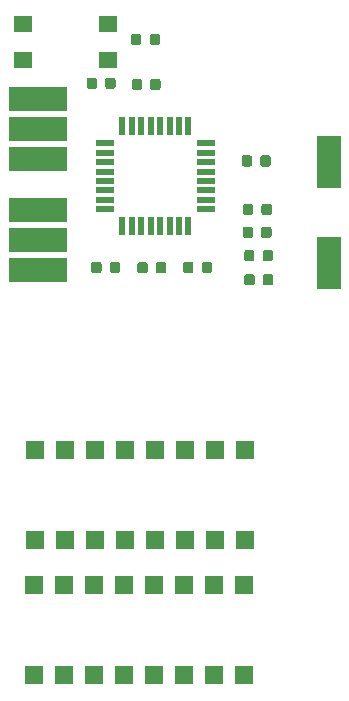
<source format=gtp>
G04 #@! TF.GenerationSoftware,KiCad,Pcbnew,5.0.2-bee76a0~70~ubuntu14.04.1*
G04 #@! TF.CreationDate,2018-12-14T16:20:10-07:00*
G04 #@! TF.ProjectId,count,636f756e-742e-46b6-9963-61645f706362,rev?*
G04 #@! TF.SameCoordinates,Original*
G04 #@! TF.FileFunction,Paste,Top*
G04 #@! TF.FilePolarity,Positive*
%FSLAX46Y46*%
G04 Gerber Fmt 4.6, Leading zero omitted, Abs format (unit mm)*
G04 Created by KiCad (PCBNEW 5.0.2-bee76a0~70~ubuntu14.04.1) date Fri 14 Dec 2018 04:20:10 PM MST*
%MOMM*%
%LPD*%
G01*
G04 APERTURE LIST*
%ADD10C,0.100000*%
%ADD11C,0.875000*%
%ADD12R,1.600000X1.400000*%
%ADD13R,1.600000X1.600000*%
%ADD14R,0.550000X1.600000*%
%ADD15R,1.600000X0.550000*%
%ADD16R,2.000000X4.500000*%
%ADD17R,5.000000X2.000000*%
G04 APERTURE END LIST*
D10*
G04 #@! TO.C,R6*
G36*
X140740191Y-121954053D02*
X140761426Y-121957203D01*
X140782250Y-121962419D01*
X140802462Y-121969651D01*
X140821868Y-121978830D01*
X140840281Y-121989866D01*
X140857524Y-122002654D01*
X140873430Y-122017070D01*
X140887846Y-122032976D01*
X140900634Y-122050219D01*
X140911670Y-122068632D01*
X140920849Y-122088038D01*
X140928081Y-122108250D01*
X140933297Y-122129074D01*
X140936447Y-122150309D01*
X140937500Y-122171750D01*
X140937500Y-122684250D01*
X140936447Y-122705691D01*
X140933297Y-122726926D01*
X140928081Y-122747750D01*
X140920849Y-122767962D01*
X140911670Y-122787368D01*
X140900634Y-122805781D01*
X140887846Y-122823024D01*
X140873430Y-122838930D01*
X140857524Y-122853346D01*
X140840281Y-122866134D01*
X140821868Y-122877170D01*
X140802462Y-122886349D01*
X140782250Y-122893581D01*
X140761426Y-122898797D01*
X140740191Y-122901947D01*
X140718750Y-122903000D01*
X140281250Y-122903000D01*
X140259809Y-122901947D01*
X140238574Y-122898797D01*
X140217750Y-122893581D01*
X140197538Y-122886349D01*
X140178132Y-122877170D01*
X140159719Y-122866134D01*
X140142476Y-122853346D01*
X140126570Y-122838930D01*
X140112154Y-122823024D01*
X140099366Y-122805781D01*
X140088330Y-122787368D01*
X140079151Y-122767962D01*
X140071919Y-122747750D01*
X140066703Y-122726926D01*
X140063553Y-122705691D01*
X140062500Y-122684250D01*
X140062500Y-122171750D01*
X140063553Y-122150309D01*
X140066703Y-122129074D01*
X140071919Y-122108250D01*
X140079151Y-122088038D01*
X140088330Y-122068632D01*
X140099366Y-122050219D01*
X140112154Y-122032976D01*
X140126570Y-122017070D01*
X140142476Y-122002654D01*
X140159719Y-121989866D01*
X140178132Y-121978830D01*
X140197538Y-121969651D01*
X140217750Y-121962419D01*
X140238574Y-121957203D01*
X140259809Y-121954053D01*
X140281250Y-121953000D01*
X140718750Y-121953000D01*
X140740191Y-121954053D01*
X140740191Y-121954053D01*
G37*
D11*
X140500000Y-122428000D03*
D10*
G36*
X142315191Y-121954053D02*
X142336426Y-121957203D01*
X142357250Y-121962419D01*
X142377462Y-121969651D01*
X142396868Y-121978830D01*
X142415281Y-121989866D01*
X142432524Y-122002654D01*
X142448430Y-122017070D01*
X142462846Y-122032976D01*
X142475634Y-122050219D01*
X142486670Y-122068632D01*
X142495849Y-122088038D01*
X142503081Y-122108250D01*
X142508297Y-122129074D01*
X142511447Y-122150309D01*
X142512500Y-122171750D01*
X142512500Y-122684250D01*
X142511447Y-122705691D01*
X142508297Y-122726926D01*
X142503081Y-122747750D01*
X142495849Y-122767962D01*
X142486670Y-122787368D01*
X142475634Y-122805781D01*
X142462846Y-122823024D01*
X142448430Y-122838930D01*
X142432524Y-122853346D01*
X142415281Y-122866134D01*
X142396868Y-122877170D01*
X142377462Y-122886349D01*
X142357250Y-122893581D01*
X142336426Y-122898797D01*
X142315191Y-122901947D01*
X142293750Y-122903000D01*
X141856250Y-122903000D01*
X141834809Y-122901947D01*
X141813574Y-122898797D01*
X141792750Y-122893581D01*
X141772538Y-122886349D01*
X141753132Y-122877170D01*
X141734719Y-122866134D01*
X141717476Y-122853346D01*
X141701570Y-122838930D01*
X141687154Y-122823024D01*
X141674366Y-122805781D01*
X141663330Y-122787368D01*
X141654151Y-122767962D01*
X141646919Y-122747750D01*
X141641703Y-122726926D01*
X141638553Y-122705691D01*
X141637500Y-122684250D01*
X141637500Y-122171750D01*
X141638553Y-122150309D01*
X141641703Y-122129074D01*
X141646919Y-122108250D01*
X141654151Y-122088038D01*
X141663330Y-122068632D01*
X141674366Y-122050219D01*
X141687154Y-122032976D01*
X141701570Y-122017070D01*
X141717476Y-122002654D01*
X141734719Y-121989866D01*
X141753132Y-121978830D01*
X141772538Y-121969651D01*
X141792750Y-121962419D01*
X141813574Y-121957203D01*
X141834809Y-121954053D01*
X141856250Y-121953000D01*
X142293750Y-121953000D01*
X142315191Y-121954053D01*
X142315191Y-121954053D01*
G37*
D11*
X142075000Y-122428000D03*
G04 #@! TD*
D10*
G04 #@! TO.C,C2*
G36*
X147355191Y-118974053D02*
X147376426Y-118977203D01*
X147397250Y-118982419D01*
X147417462Y-118989651D01*
X147436868Y-118998830D01*
X147455281Y-119009866D01*
X147472524Y-119022654D01*
X147488430Y-119037070D01*
X147502846Y-119052976D01*
X147515634Y-119070219D01*
X147526670Y-119088632D01*
X147535849Y-119108038D01*
X147543081Y-119128250D01*
X147548297Y-119149074D01*
X147551447Y-119170309D01*
X147552500Y-119191750D01*
X147552500Y-119704250D01*
X147551447Y-119725691D01*
X147548297Y-119746926D01*
X147543081Y-119767750D01*
X147535849Y-119787962D01*
X147526670Y-119807368D01*
X147515634Y-119825781D01*
X147502846Y-119843024D01*
X147488430Y-119858930D01*
X147472524Y-119873346D01*
X147455281Y-119886134D01*
X147436868Y-119897170D01*
X147417462Y-119906349D01*
X147397250Y-119913581D01*
X147376426Y-119918797D01*
X147355191Y-119921947D01*
X147333750Y-119923000D01*
X146896250Y-119923000D01*
X146874809Y-119921947D01*
X146853574Y-119918797D01*
X146832750Y-119913581D01*
X146812538Y-119906349D01*
X146793132Y-119897170D01*
X146774719Y-119886134D01*
X146757476Y-119873346D01*
X146741570Y-119858930D01*
X146727154Y-119843024D01*
X146714366Y-119825781D01*
X146703330Y-119807368D01*
X146694151Y-119787962D01*
X146686919Y-119767750D01*
X146681703Y-119746926D01*
X146678553Y-119725691D01*
X146677500Y-119704250D01*
X146677500Y-119191750D01*
X146678553Y-119170309D01*
X146681703Y-119149074D01*
X146686919Y-119128250D01*
X146694151Y-119108038D01*
X146703330Y-119088632D01*
X146714366Y-119070219D01*
X146727154Y-119052976D01*
X146741570Y-119037070D01*
X146757476Y-119022654D01*
X146774719Y-119009866D01*
X146793132Y-118998830D01*
X146812538Y-118989651D01*
X146832750Y-118982419D01*
X146853574Y-118977203D01*
X146874809Y-118974053D01*
X146896250Y-118973000D01*
X147333750Y-118973000D01*
X147355191Y-118974053D01*
X147355191Y-118974053D01*
G37*
D11*
X147115000Y-119448000D03*
D10*
G36*
X145780191Y-118974053D02*
X145801426Y-118977203D01*
X145822250Y-118982419D01*
X145842462Y-118989651D01*
X145861868Y-118998830D01*
X145880281Y-119009866D01*
X145897524Y-119022654D01*
X145913430Y-119037070D01*
X145927846Y-119052976D01*
X145940634Y-119070219D01*
X145951670Y-119088632D01*
X145960849Y-119108038D01*
X145968081Y-119128250D01*
X145973297Y-119149074D01*
X145976447Y-119170309D01*
X145977500Y-119191750D01*
X145977500Y-119704250D01*
X145976447Y-119725691D01*
X145973297Y-119746926D01*
X145968081Y-119767750D01*
X145960849Y-119787962D01*
X145951670Y-119807368D01*
X145940634Y-119825781D01*
X145927846Y-119843024D01*
X145913430Y-119858930D01*
X145897524Y-119873346D01*
X145880281Y-119886134D01*
X145861868Y-119897170D01*
X145842462Y-119906349D01*
X145822250Y-119913581D01*
X145801426Y-119918797D01*
X145780191Y-119921947D01*
X145758750Y-119923000D01*
X145321250Y-119923000D01*
X145299809Y-119921947D01*
X145278574Y-119918797D01*
X145257750Y-119913581D01*
X145237538Y-119906349D01*
X145218132Y-119897170D01*
X145199719Y-119886134D01*
X145182476Y-119873346D01*
X145166570Y-119858930D01*
X145152154Y-119843024D01*
X145139366Y-119825781D01*
X145128330Y-119807368D01*
X145119151Y-119787962D01*
X145111919Y-119767750D01*
X145106703Y-119746926D01*
X145103553Y-119725691D01*
X145102500Y-119704250D01*
X145102500Y-119191750D01*
X145103553Y-119170309D01*
X145106703Y-119149074D01*
X145111919Y-119128250D01*
X145119151Y-119108038D01*
X145128330Y-119088632D01*
X145139366Y-119070219D01*
X145152154Y-119052976D01*
X145166570Y-119037070D01*
X145182476Y-119022654D01*
X145199719Y-119009866D01*
X145218132Y-118998830D01*
X145237538Y-118989651D01*
X145257750Y-118982419D01*
X145278574Y-118977203D01*
X145299809Y-118974053D01*
X145321250Y-118973000D01*
X145758750Y-118973000D01*
X145780191Y-118974053D01*
X145780191Y-118974053D01*
G37*
D11*
X145540000Y-119448000D03*
G04 #@! TD*
D10*
G04 #@! TO.C,C3*
G36*
X145905191Y-120964053D02*
X145926426Y-120967203D01*
X145947250Y-120972419D01*
X145967462Y-120979651D01*
X145986868Y-120988830D01*
X146005281Y-120999866D01*
X146022524Y-121012654D01*
X146038430Y-121027070D01*
X146052846Y-121042976D01*
X146065634Y-121060219D01*
X146076670Y-121078632D01*
X146085849Y-121098038D01*
X146093081Y-121118250D01*
X146098297Y-121139074D01*
X146101447Y-121160309D01*
X146102500Y-121181750D01*
X146102500Y-121694250D01*
X146101447Y-121715691D01*
X146098297Y-121736926D01*
X146093081Y-121757750D01*
X146085849Y-121777962D01*
X146076670Y-121797368D01*
X146065634Y-121815781D01*
X146052846Y-121833024D01*
X146038430Y-121848930D01*
X146022524Y-121863346D01*
X146005281Y-121876134D01*
X145986868Y-121887170D01*
X145967462Y-121896349D01*
X145947250Y-121903581D01*
X145926426Y-121908797D01*
X145905191Y-121911947D01*
X145883750Y-121913000D01*
X145446250Y-121913000D01*
X145424809Y-121911947D01*
X145403574Y-121908797D01*
X145382750Y-121903581D01*
X145362538Y-121896349D01*
X145343132Y-121887170D01*
X145324719Y-121876134D01*
X145307476Y-121863346D01*
X145291570Y-121848930D01*
X145277154Y-121833024D01*
X145264366Y-121815781D01*
X145253330Y-121797368D01*
X145244151Y-121777962D01*
X145236919Y-121757750D01*
X145231703Y-121736926D01*
X145228553Y-121715691D01*
X145227500Y-121694250D01*
X145227500Y-121181750D01*
X145228553Y-121160309D01*
X145231703Y-121139074D01*
X145236919Y-121118250D01*
X145244151Y-121098038D01*
X145253330Y-121078632D01*
X145264366Y-121060219D01*
X145277154Y-121042976D01*
X145291570Y-121027070D01*
X145307476Y-121012654D01*
X145324719Y-120999866D01*
X145343132Y-120988830D01*
X145362538Y-120979651D01*
X145382750Y-120972419D01*
X145403574Y-120967203D01*
X145424809Y-120964053D01*
X145446250Y-120963000D01*
X145883750Y-120963000D01*
X145905191Y-120964053D01*
X145905191Y-120964053D01*
G37*
D11*
X145665000Y-121438000D03*
D10*
G36*
X147480191Y-120964053D02*
X147501426Y-120967203D01*
X147522250Y-120972419D01*
X147542462Y-120979651D01*
X147561868Y-120988830D01*
X147580281Y-120999866D01*
X147597524Y-121012654D01*
X147613430Y-121027070D01*
X147627846Y-121042976D01*
X147640634Y-121060219D01*
X147651670Y-121078632D01*
X147660849Y-121098038D01*
X147668081Y-121118250D01*
X147673297Y-121139074D01*
X147676447Y-121160309D01*
X147677500Y-121181750D01*
X147677500Y-121694250D01*
X147676447Y-121715691D01*
X147673297Y-121736926D01*
X147668081Y-121757750D01*
X147660849Y-121777962D01*
X147651670Y-121797368D01*
X147640634Y-121815781D01*
X147627846Y-121833024D01*
X147613430Y-121848930D01*
X147597524Y-121863346D01*
X147580281Y-121876134D01*
X147561868Y-121887170D01*
X147542462Y-121896349D01*
X147522250Y-121903581D01*
X147501426Y-121908797D01*
X147480191Y-121911947D01*
X147458750Y-121913000D01*
X147021250Y-121913000D01*
X146999809Y-121911947D01*
X146978574Y-121908797D01*
X146957750Y-121903581D01*
X146937538Y-121896349D01*
X146918132Y-121887170D01*
X146899719Y-121876134D01*
X146882476Y-121863346D01*
X146866570Y-121848930D01*
X146852154Y-121833024D01*
X146839366Y-121815781D01*
X146828330Y-121797368D01*
X146819151Y-121777962D01*
X146811919Y-121757750D01*
X146806703Y-121736926D01*
X146803553Y-121715691D01*
X146802500Y-121694250D01*
X146802500Y-121181750D01*
X146803553Y-121160309D01*
X146806703Y-121139074D01*
X146811919Y-121118250D01*
X146819151Y-121098038D01*
X146828330Y-121078632D01*
X146839366Y-121060219D01*
X146852154Y-121042976D01*
X146866570Y-121027070D01*
X146882476Y-121012654D01*
X146899719Y-120999866D01*
X146918132Y-120988830D01*
X146937538Y-120979651D01*
X146957750Y-120972419D01*
X146978574Y-120967203D01*
X146999809Y-120964053D01*
X147021250Y-120963000D01*
X147458750Y-120963000D01*
X147480191Y-120964053D01*
X147480191Y-120964053D01*
G37*
D11*
X147240000Y-121438000D03*
G04 #@! TD*
D10*
G04 #@! TO.C,C4*
G36*
X137959191Y-106460053D02*
X137980426Y-106463203D01*
X138001250Y-106468419D01*
X138021462Y-106475651D01*
X138040868Y-106484830D01*
X138059281Y-106495866D01*
X138076524Y-106508654D01*
X138092430Y-106523070D01*
X138106846Y-106538976D01*
X138119634Y-106556219D01*
X138130670Y-106574632D01*
X138139849Y-106594038D01*
X138147081Y-106614250D01*
X138152297Y-106635074D01*
X138155447Y-106656309D01*
X138156500Y-106677750D01*
X138156500Y-107190250D01*
X138155447Y-107211691D01*
X138152297Y-107232926D01*
X138147081Y-107253750D01*
X138139849Y-107273962D01*
X138130670Y-107293368D01*
X138119634Y-107311781D01*
X138106846Y-107329024D01*
X138092430Y-107344930D01*
X138076524Y-107359346D01*
X138059281Y-107372134D01*
X138040868Y-107383170D01*
X138021462Y-107392349D01*
X138001250Y-107399581D01*
X137980426Y-107404797D01*
X137959191Y-107407947D01*
X137937750Y-107409000D01*
X137500250Y-107409000D01*
X137478809Y-107407947D01*
X137457574Y-107404797D01*
X137436750Y-107399581D01*
X137416538Y-107392349D01*
X137397132Y-107383170D01*
X137378719Y-107372134D01*
X137361476Y-107359346D01*
X137345570Y-107344930D01*
X137331154Y-107329024D01*
X137318366Y-107311781D01*
X137307330Y-107293368D01*
X137298151Y-107273962D01*
X137290919Y-107253750D01*
X137285703Y-107232926D01*
X137282553Y-107211691D01*
X137281500Y-107190250D01*
X137281500Y-106677750D01*
X137282553Y-106656309D01*
X137285703Y-106635074D01*
X137290919Y-106614250D01*
X137298151Y-106594038D01*
X137307330Y-106574632D01*
X137318366Y-106556219D01*
X137331154Y-106538976D01*
X137345570Y-106523070D01*
X137361476Y-106508654D01*
X137378719Y-106495866D01*
X137397132Y-106484830D01*
X137416538Y-106475651D01*
X137436750Y-106468419D01*
X137457574Y-106463203D01*
X137478809Y-106460053D01*
X137500250Y-106459000D01*
X137937750Y-106459000D01*
X137959191Y-106460053D01*
X137959191Y-106460053D01*
G37*
D11*
X137719000Y-106934000D03*
D10*
G36*
X136384191Y-106460053D02*
X136405426Y-106463203D01*
X136426250Y-106468419D01*
X136446462Y-106475651D01*
X136465868Y-106484830D01*
X136484281Y-106495866D01*
X136501524Y-106508654D01*
X136517430Y-106523070D01*
X136531846Y-106538976D01*
X136544634Y-106556219D01*
X136555670Y-106574632D01*
X136564849Y-106594038D01*
X136572081Y-106614250D01*
X136577297Y-106635074D01*
X136580447Y-106656309D01*
X136581500Y-106677750D01*
X136581500Y-107190250D01*
X136580447Y-107211691D01*
X136577297Y-107232926D01*
X136572081Y-107253750D01*
X136564849Y-107273962D01*
X136555670Y-107293368D01*
X136544634Y-107311781D01*
X136531846Y-107329024D01*
X136517430Y-107344930D01*
X136501524Y-107359346D01*
X136484281Y-107372134D01*
X136465868Y-107383170D01*
X136446462Y-107392349D01*
X136426250Y-107399581D01*
X136405426Y-107404797D01*
X136384191Y-107407947D01*
X136362750Y-107409000D01*
X135925250Y-107409000D01*
X135903809Y-107407947D01*
X135882574Y-107404797D01*
X135861750Y-107399581D01*
X135841538Y-107392349D01*
X135822132Y-107383170D01*
X135803719Y-107372134D01*
X135786476Y-107359346D01*
X135770570Y-107344930D01*
X135756154Y-107329024D01*
X135743366Y-107311781D01*
X135732330Y-107293368D01*
X135723151Y-107273962D01*
X135715919Y-107253750D01*
X135710703Y-107232926D01*
X135707553Y-107211691D01*
X135706500Y-107190250D01*
X135706500Y-106677750D01*
X135707553Y-106656309D01*
X135710703Y-106635074D01*
X135715919Y-106614250D01*
X135723151Y-106594038D01*
X135732330Y-106574632D01*
X135743366Y-106556219D01*
X135756154Y-106538976D01*
X135770570Y-106523070D01*
X135786476Y-106508654D01*
X135803719Y-106495866D01*
X135822132Y-106484830D01*
X135841538Y-106475651D01*
X135861750Y-106468419D01*
X135882574Y-106463203D01*
X135903809Y-106460053D01*
X135925250Y-106459000D01*
X136362750Y-106459000D01*
X136384191Y-106460053D01*
X136384191Y-106460053D01*
G37*
D11*
X136144000Y-106934000D03*
G04 #@! TD*
D10*
G04 #@! TO.C,C5*
G36*
X137908191Y-102650053D02*
X137929426Y-102653203D01*
X137950250Y-102658419D01*
X137970462Y-102665651D01*
X137989868Y-102674830D01*
X138008281Y-102685866D01*
X138025524Y-102698654D01*
X138041430Y-102713070D01*
X138055846Y-102728976D01*
X138068634Y-102746219D01*
X138079670Y-102764632D01*
X138088849Y-102784038D01*
X138096081Y-102804250D01*
X138101297Y-102825074D01*
X138104447Y-102846309D01*
X138105500Y-102867750D01*
X138105500Y-103380250D01*
X138104447Y-103401691D01*
X138101297Y-103422926D01*
X138096081Y-103443750D01*
X138088849Y-103463962D01*
X138079670Y-103483368D01*
X138068634Y-103501781D01*
X138055846Y-103519024D01*
X138041430Y-103534930D01*
X138025524Y-103549346D01*
X138008281Y-103562134D01*
X137989868Y-103573170D01*
X137970462Y-103582349D01*
X137950250Y-103589581D01*
X137929426Y-103594797D01*
X137908191Y-103597947D01*
X137886750Y-103599000D01*
X137449250Y-103599000D01*
X137427809Y-103597947D01*
X137406574Y-103594797D01*
X137385750Y-103589581D01*
X137365538Y-103582349D01*
X137346132Y-103573170D01*
X137327719Y-103562134D01*
X137310476Y-103549346D01*
X137294570Y-103534930D01*
X137280154Y-103519024D01*
X137267366Y-103501781D01*
X137256330Y-103483368D01*
X137247151Y-103463962D01*
X137239919Y-103443750D01*
X137234703Y-103422926D01*
X137231553Y-103401691D01*
X137230500Y-103380250D01*
X137230500Y-102867750D01*
X137231553Y-102846309D01*
X137234703Y-102825074D01*
X137239919Y-102804250D01*
X137247151Y-102784038D01*
X137256330Y-102764632D01*
X137267366Y-102746219D01*
X137280154Y-102728976D01*
X137294570Y-102713070D01*
X137310476Y-102698654D01*
X137327719Y-102685866D01*
X137346132Y-102674830D01*
X137365538Y-102665651D01*
X137385750Y-102658419D01*
X137406574Y-102653203D01*
X137427809Y-102650053D01*
X137449250Y-102649000D01*
X137886750Y-102649000D01*
X137908191Y-102650053D01*
X137908191Y-102650053D01*
G37*
D11*
X137668000Y-103124000D03*
D10*
G36*
X136333191Y-102650053D02*
X136354426Y-102653203D01*
X136375250Y-102658419D01*
X136395462Y-102665651D01*
X136414868Y-102674830D01*
X136433281Y-102685866D01*
X136450524Y-102698654D01*
X136466430Y-102713070D01*
X136480846Y-102728976D01*
X136493634Y-102746219D01*
X136504670Y-102764632D01*
X136513849Y-102784038D01*
X136521081Y-102804250D01*
X136526297Y-102825074D01*
X136529447Y-102846309D01*
X136530500Y-102867750D01*
X136530500Y-103380250D01*
X136529447Y-103401691D01*
X136526297Y-103422926D01*
X136521081Y-103443750D01*
X136513849Y-103463962D01*
X136504670Y-103483368D01*
X136493634Y-103501781D01*
X136480846Y-103519024D01*
X136466430Y-103534930D01*
X136450524Y-103549346D01*
X136433281Y-103562134D01*
X136414868Y-103573170D01*
X136395462Y-103582349D01*
X136375250Y-103589581D01*
X136354426Y-103594797D01*
X136333191Y-103597947D01*
X136311750Y-103599000D01*
X135874250Y-103599000D01*
X135852809Y-103597947D01*
X135831574Y-103594797D01*
X135810750Y-103589581D01*
X135790538Y-103582349D01*
X135771132Y-103573170D01*
X135752719Y-103562134D01*
X135735476Y-103549346D01*
X135719570Y-103534930D01*
X135705154Y-103519024D01*
X135692366Y-103501781D01*
X135681330Y-103483368D01*
X135672151Y-103463962D01*
X135664919Y-103443750D01*
X135659703Y-103422926D01*
X135656553Y-103401691D01*
X135655500Y-103380250D01*
X135655500Y-102867750D01*
X135656553Y-102846309D01*
X135659703Y-102825074D01*
X135664919Y-102804250D01*
X135672151Y-102784038D01*
X135681330Y-102764632D01*
X135692366Y-102746219D01*
X135705154Y-102728976D01*
X135719570Y-102713070D01*
X135735476Y-102698654D01*
X135752719Y-102685866D01*
X135771132Y-102674830D01*
X135790538Y-102665651D01*
X135810750Y-102658419D01*
X135831574Y-102653203D01*
X135852809Y-102650053D01*
X135874250Y-102649000D01*
X136311750Y-102649000D01*
X136333191Y-102650053D01*
X136333191Y-102650053D01*
G37*
D11*
X136093000Y-103124000D03*
G04 #@! TD*
D10*
G04 #@! TO.C,D2*
G36*
X134530191Y-121954053D02*
X134551426Y-121957203D01*
X134572250Y-121962419D01*
X134592462Y-121969651D01*
X134611868Y-121978830D01*
X134630281Y-121989866D01*
X134647524Y-122002654D01*
X134663430Y-122017070D01*
X134677846Y-122032976D01*
X134690634Y-122050219D01*
X134701670Y-122068632D01*
X134710849Y-122088038D01*
X134718081Y-122108250D01*
X134723297Y-122129074D01*
X134726447Y-122150309D01*
X134727500Y-122171750D01*
X134727500Y-122684250D01*
X134726447Y-122705691D01*
X134723297Y-122726926D01*
X134718081Y-122747750D01*
X134710849Y-122767962D01*
X134701670Y-122787368D01*
X134690634Y-122805781D01*
X134677846Y-122823024D01*
X134663430Y-122838930D01*
X134647524Y-122853346D01*
X134630281Y-122866134D01*
X134611868Y-122877170D01*
X134592462Y-122886349D01*
X134572250Y-122893581D01*
X134551426Y-122898797D01*
X134530191Y-122901947D01*
X134508750Y-122903000D01*
X134071250Y-122903000D01*
X134049809Y-122901947D01*
X134028574Y-122898797D01*
X134007750Y-122893581D01*
X133987538Y-122886349D01*
X133968132Y-122877170D01*
X133949719Y-122866134D01*
X133932476Y-122853346D01*
X133916570Y-122838930D01*
X133902154Y-122823024D01*
X133889366Y-122805781D01*
X133878330Y-122787368D01*
X133869151Y-122767962D01*
X133861919Y-122747750D01*
X133856703Y-122726926D01*
X133853553Y-122705691D01*
X133852500Y-122684250D01*
X133852500Y-122171750D01*
X133853553Y-122150309D01*
X133856703Y-122129074D01*
X133861919Y-122108250D01*
X133869151Y-122088038D01*
X133878330Y-122068632D01*
X133889366Y-122050219D01*
X133902154Y-122032976D01*
X133916570Y-122017070D01*
X133932476Y-122002654D01*
X133949719Y-121989866D01*
X133968132Y-121978830D01*
X133987538Y-121969651D01*
X134007750Y-121962419D01*
X134028574Y-121957203D01*
X134049809Y-121954053D01*
X134071250Y-121953000D01*
X134508750Y-121953000D01*
X134530191Y-121954053D01*
X134530191Y-121954053D01*
G37*
D11*
X134290000Y-122428000D03*
D10*
G36*
X132955191Y-121954053D02*
X132976426Y-121957203D01*
X132997250Y-121962419D01*
X133017462Y-121969651D01*
X133036868Y-121978830D01*
X133055281Y-121989866D01*
X133072524Y-122002654D01*
X133088430Y-122017070D01*
X133102846Y-122032976D01*
X133115634Y-122050219D01*
X133126670Y-122068632D01*
X133135849Y-122088038D01*
X133143081Y-122108250D01*
X133148297Y-122129074D01*
X133151447Y-122150309D01*
X133152500Y-122171750D01*
X133152500Y-122684250D01*
X133151447Y-122705691D01*
X133148297Y-122726926D01*
X133143081Y-122747750D01*
X133135849Y-122767962D01*
X133126670Y-122787368D01*
X133115634Y-122805781D01*
X133102846Y-122823024D01*
X133088430Y-122838930D01*
X133072524Y-122853346D01*
X133055281Y-122866134D01*
X133036868Y-122877170D01*
X133017462Y-122886349D01*
X132997250Y-122893581D01*
X132976426Y-122898797D01*
X132955191Y-122901947D01*
X132933750Y-122903000D01*
X132496250Y-122903000D01*
X132474809Y-122901947D01*
X132453574Y-122898797D01*
X132432750Y-122893581D01*
X132412538Y-122886349D01*
X132393132Y-122877170D01*
X132374719Y-122866134D01*
X132357476Y-122853346D01*
X132341570Y-122838930D01*
X132327154Y-122823024D01*
X132314366Y-122805781D01*
X132303330Y-122787368D01*
X132294151Y-122767962D01*
X132286919Y-122747750D01*
X132281703Y-122726926D01*
X132278553Y-122705691D01*
X132277500Y-122684250D01*
X132277500Y-122171750D01*
X132278553Y-122150309D01*
X132281703Y-122129074D01*
X132286919Y-122108250D01*
X132294151Y-122088038D01*
X132303330Y-122068632D01*
X132314366Y-122050219D01*
X132327154Y-122032976D01*
X132341570Y-122017070D01*
X132357476Y-122002654D01*
X132374719Y-121989866D01*
X132393132Y-121978830D01*
X132412538Y-121969651D01*
X132432750Y-121962419D01*
X132453574Y-121957203D01*
X132474809Y-121954053D01*
X132496250Y-121953000D01*
X132933750Y-121953000D01*
X132955191Y-121954053D01*
X132955191Y-121954053D01*
G37*
D11*
X132715000Y-122428000D03*
G04 #@! TD*
D10*
G04 #@! TO.C,R2*
G36*
X134145191Y-106356053D02*
X134166426Y-106359203D01*
X134187250Y-106364419D01*
X134207462Y-106371651D01*
X134226868Y-106380830D01*
X134245281Y-106391866D01*
X134262524Y-106404654D01*
X134278430Y-106419070D01*
X134292846Y-106434976D01*
X134305634Y-106452219D01*
X134316670Y-106470632D01*
X134325849Y-106490038D01*
X134333081Y-106510250D01*
X134338297Y-106531074D01*
X134341447Y-106552309D01*
X134342500Y-106573750D01*
X134342500Y-107086250D01*
X134341447Y-107107691D01*
X134338297Y-107128926D01*
X134333081Y-107149750D01*
X134325849Y-107169962D01*
X134316670Y-107189368D01*
X134305634Y-107207781D01*
X134292846Y-107225024D01*
X134278430Y-107240930D01*
X134262524Y-107255346D01*
X134245281Y-107268134D01*
X134226868Y-107279170D01*
X134207462Y-107288349D01*
X134187250Y-107295581D01*
X134166426Y-107300797D01*
X134145191Y-107303947D01*
X134123750Y-107305000D01*
X133686250Y-107305000D01*
X133664809Y-107303947D01*
X133643574Y-107300797D01*
X133622750Y-107295581D01*
X133602538Y-107288349D01*
X133583132Y-107279170D01*
X133564719Y-107268134D01*
X133547476Y-107255346D01*
X133531570Y-107240930D01*
X133517154Y-107225024D01*
X133504366Y-107207781D01*
X133493330Y-107189368D01*
X133484151Y-107169962D01*
X133476919Y-107149750D01*
X133471703Y-107128926D01*
X133468553Y-107107691D01*
X133467500Y-107086250D01*
X133467500Y-106573750D01*
X133468553Y-106552309D01*
X133471703Y-106531074D01*
X133476919Y-106510250D01*
X133484151Y-106490038D01*
X133493330Y-106470632D01*
X133504366Y-106452219D01*
X133517154Y-106434976D01*
X133531570Y-106419070D01*
X133547476Y-106404654D01*
X133564719Y-106391866D01*
X133583132Y-106380830D01*
X133602538Y-106371651D01*
X133622750Y-106364419D01*
X133643574Y-106359203D01*
X133664809Y-106356053D01*
X133686250Y-106355000D01*
X134123750Y-106355000D01*
X134145191Y-106356053D01*
X134145191Y-106356053D01*
G37*
D11*
X133905000Y-106830000D03*
D10*
G36*
X132570191Y-106356053D02*
X132591426Y-106359203D01*
X132612250Y-106364419D01*
X132632462Y-106371651D01*
X132651868Y-106380830D01*
X132670281Y-106391866D01*
X132687524Y-106404654D01*
X132703430Y-106419070D01*
X132717846Y-106434976D01*
X132730634Y-106452219D01*
X132741670Y-106470632D01*
X132750849Y-106490038D01*
X132758081Y-106510250D01*
X132763297Y-106531074D01*
X132766447Y-106552309D01*
X132767500Y-106573750D01*
X132767500Y-107086250D01*
X132766447Y-107107691D01*
X132763297Y-107128926D01*
X132758081Y-107149750D01*
X132750849Y-107169962D01*
X132741670Y-107189368D01*
X132730634Y-107207781D01*
X132717846Y-107225024D01*
X132703430Y-107240930D01*
X132687524Y-107255346D01*
X132670281Y-107268134D01*
X132651868Y-107279170D01*
X132632462Y-107288349D01*
X132612250Y-107295581D01*
X132591426Y-107300797D01*
X132570191Y-107303947D01*
X132548750Y-107305000D01*
X132111250Y-107305000D01*
X132089809Y-107303947D01*
X132068574Y-107300797D01*
X132047750Y-107295581D01*
X132027538Y-107288349D01*
X132008132Y-107279170D01*
X131989719Y-107268134D01*
X131972476Y-107255346D01*
X131956570Y-107240930D01*
X131942154Y-107225024D01*
X131929366Y-107207781D01*
X131918330Y-107189368D01*
X131909151Y-107169962D01*
X131901919Y-107149750D01*
X131896703Y-107128926D01*
X131893553Y-107107691D01*
X131892500Y-107086250D01*
X131892500Y-106573750D01*
X131893553Y-106552309D01*
X131896703Y-106531074D01*
X131901919Y-106510250D01*
X131909151Y-106490038D01*
X131918330Y-106470632D01*
X131929366Y-106452219D01*
X131942154Y-106434976D01*
X131956570Y-106419070D01*
X131972476Y-106404654D01*
X131989719Y-106391866D01*
X132008132Y-106380830D01*
X132027538Y-106371651D01*
X132047750Y-106364419D01*
X132068574Y-106359203D01*
X132089809Y-106356053D01*
X132111250Y-106355000D01*
X132548750Y-106355000D01*
X132570191Y-106356053D01*
X132570191Y-106356053D01*
G37*
D11*
X132330000Y-106830000D03*
G04 #@! TD*
D10*
G04 #@! TO.C,R4*
G36*
X147270191Y-112934053D02*
X147291426Y-112937203D01*
X147312250Y-112942419D01*
X147332462Y-112949651D01*
X147351868Y-112958830D01*
X147370281Y-112969866D01*
X147387524Y-112982654D01*
X147403430Y-112997070D01*
X147417846Y-113012976D01*
X147430634Y-113030219D01*
X147441670Y-113048632D01*
X147450849Y-113068038D01*
X147458081Y-113088250D01*
X147463297Y-113109074D01*
X147466447Y-113130309D01*
X147467500Y-113151750D01*
X147467500Y-113664250D01*
X147466447Y-113685691D01*
X147463297Y-113706926D01*
X147458081Y-113727750D01*
X147450849Y-113747962D01*
X147441670Y-113767368D01*
X147430634Y-113785781D01*
X147417846Y-113803024D01*
X147403430Y-113818930D01*
X147387524Y-113833346D01*
X147370281Y-113846134D01*
X147351868Y-113857170D01*
X147332462Y-113866349D01*
X147312250Y-113873581D01*
X147291426Y-113878797D01*
X147270191Y-113881947D01*
X147248750Y-113883000D01*
X146811250Y-113883000D01*
X146789809Y-113881947D01*
X146768574Y-113878797D01*
X146747750Y-113873581D01*
X146727538Y-113866349D01*
X146708132Y-113857170D01*
X146689719Y-113846134D01*
X146672476Y-113833346D01*
X146656570Y-113818930D01*
X146642154Y-113803024D01*
X146629366Y-113785781D01*
X146618330Y-113767368D01*
X146609151Y-113747962D01*
X146601919Y-113727750D01*
X146596703Y-113706926D01*
X146593553Y-113685691D01*
X146592500Y-113664250D01*
X146592500Y-113151750D01*
X146593553Y-113130309D01*
X146596703Y-113109074D01*
X146601919Y-113088250D01*
X146609151Y-113068038D01*
X146618330Y-113048632D01*
X146629366Y-113030219D01*
X146642154Y-113012976D01*
X146656570Y-112997070D01*
X146672476Y-112982654D01*
X146689719Y-112969866D01*
X146708132Y-112958830D01*
X146727538Y-112949651D01*
X146747750Y-112942419D01*
X146768574Y-112937203D01*
X146789809Y-112934053D01*
X146811250Y-112933000D01*
X147248750Y-112933000D01*
X147270191Y-112934053D01*
X147270191Y-112934053D01*
G37*
D11*
X147030000Y-113408000D03*
D10*
G36*
X145695191Y-112934053D02*
X145716426Y-112937203D01*
X145737250Y-112942419D01*
X145757462Y-112949651D01*
X145776868Y-112958830D01*
X145795281Y-112969866D01*
X145812524Y-112982654D01*
X145828430Y-112997070D01*
X145842846Y-113012976D01*
X145855634Y-113030219D01*
X145866670Y-113048632D01*
X145875849Y-113068038D01*
X145883081Y-113088250D01*
X145888297Y-113109074D01*
X145891447Y-113130309D01*
X145892500Y-113151750D01*
X145892500Y-113664250D01*
X145891447Y-113685691D01*
X145888297Y-113706926D01*
X145883081Y-113727750D01*
X145875849Y-113747962D01*
X145866670Y-113767368D01*
X145855634Y-113785781D01*
X145842846Y-113803024D01*
X145828430Y-113818930D01*
X145812524Y-113833346D01*
X145795281Y-113846134D01*
X145776868Y-113857170D01*
X145757462Y-113866349D01*
X145737250Y-113873581D01*
X145716426Y-113878797D01*
X145695191Y-113881947D01*
X145673750Y-113883000D01*
X145236250Y-113883000D01*
X145214809Y-113881947D01*
X145193574Y-113878797D01*
X145172750Y-113873581D01*
X145152538Y-113866349D01*
X145133132Y-113857170D01*
X145114719Y-113846134D01*
X145097476Y-113833346D01*
X145081570Y-113818930D01*
X145067154Y-113803024D01*
X145054366Y-113785781D01*
X145043330Y-113767368D01*
X145034151Y-113747962D01*
X145026919Y-113727750D01*
X145021703Y-113706926D01*
X145018553Y-113685691D01*
X145017500Y-113664250D01*
X145017500Y-113151750D01*
X145018553Y-113130309D01*
X145021703Y-113109074D01*
X145026919Y-113088250D01*
X145034151Y-113068038D01*
X145043330Y-113048632D01*
X145054366Y-113030219D01*
X145067154Y-113012976D01*
X145081570Y-112997070D01*
X145097476Y-112982654D01*
X145114719Y-112969866D01*
X145133132Y-112958830D01*
X145152538Y-112949651D01*
X145172750Y-112942419D01*
X145193574Y-112937203D01*
X145214809Y-112934053D01*
X145236250Y-112933000D01*
X145673750Y-112933000D01*
X145695191Y-112934053D01*
X145695191Y-112934053D01*
G37*
D11*
X145455000Y-113408000D03*
G04 #@! TD*
D12*
G04 #@! TO.C,SW3*
X126492000Y-104854000D03*
X133692000Y-104854000D03*
X126492000Y-101854000D03*
X133692000Y-101854000D03*
G04 #@! TD*
D13*
G04 #@! TO.C,SW4*
X145288000Y-145542000D03*
X127508000Y-137922000D03*
X142748000Y-145542000D03*
X130048000Y-137922000D03*
X140208000Y-145542000D03*
X132588000Y-137922000D03*
X137668000Y-145542000D03*
X135128000Y-137922000D03*
X135128000Y-145542000D03*
X137668000Y-137922000D03*
X132588000Y-145542000D03*
X140208000Y-137922000D03*
X130048000Y-145542000D03*
X142748000Y-137922000D03*
X127508000Y-145542000D03*
X145288000Y-137922000D03*
G04 #@! TD*
G04 #@! TO.C,SW6*
X145240000Y-149300000D03*
X127460000Y-156920000D03*
X142700000Y-149300000D03*
X130000000Y-156920000D03*
X140160000Y-149300000D03*
X132540000Y-156920000D03*
X137620000Y-149300000D03*
X135080000Y-156920000D03*
X135080000Y-149300000D03*
X137620000Y-156920000D03*
X132540000Y-149300000D03*
X140160000Y-156920000D03*
X130000000Y-149300000D03*
X142700000Y-156920000D03*
X127460000Y-149300000D03*
X145240000Y-156920000D03*
G04 #@! TD*
D14*
G04 #@! TO.C,U1*
X134910000Y-118960000D03*
X135710000Y-118960000D03*
X136510000Y-118960000D03*
X137310000Y-118960000D03*
X138110000Y-118960000D03*
X138910000Y-118960000D03*
X139710000Y-118960000D03*
X140510000Y-118960000D03*
D15*
X141960000Y-117510000D03*
X141960000Y-116710000D03*
X141960000Y-115910000D03*
X141960000Y-115110000D03*
X141960000Y-114310000D03*
X141960000Y-113510000D03*
X141960000Y-112710000D03*
X141960000Y-111910000D03*
D14*
X140510000Y-110460000D03*
X139710000Y-110460000D03*
X138910000Y-110460000D03*
X138110000Y-110460000D03*
X137310000Y-110460000D03*
X136510000Y-110460000D03*
X135710000Y-110460000D03*
X134910000Y-110460000D03*
D15*
X133460000Y-111910000D03*
X133460000Y-112710000D03*
X133460000Y-113510000D03*
X133460000Y-114310000D03*
X133460000Y-115110000D03*
X133460000Y-115910000D03*
X133460000Y-116710000D03*
X133460000Y-117510000D03*
G04 #@! TD*
D16*
G04 #@! TO.C,Y1*
X152400000Y-113538000D03*
X152400000Y-122038000D03*
G04 #@! TD*
D10*
G04 #@! TO.C,C1*
G36*
X145795191Y-117044053D02*
X145816426Y-117047203D01*
X145837250Y-117052419D01*
X145857462Y-117059651D01*
X145876868Y-117068830D01*
X145895281Y-117079866D01*
X145912524Y-117092654D01*
X145928430Y-117107070D01*
X145942846Y-117122976D01*
X145955634Y-117140219D01*
X145966670Y-117158632D01*
X145975849Y-117178038D01*
X145983081Y-117198250D01*
X145988297Y-117219074D01*
X145991447Y-117240309D01*
X145992500Y-117261750D01*
X145992500Y-117774250D01*
X145991447Y-117795691D01*
X145988297Y-117816926D01*
X145983081Y-117837750D01*
X145975849Y-117857962D01*
X145966670Y-117877368D01*
X145955634Y-117895781D01*
X145942846Y-117913024D01*
X145928430Y-117928930D01*
X145912524Y-117943346D01*
X145895281Y-117956134D01*
X145876868Y-117967170D01*
X145857462Y-117976349D01*
X145837250Y-117983581D01*
X145816426Y-117988797D01*
X145795191Y-117991947D01*
X145773750Y-117993000D01*
X145336250Y-117993000D01*
X145314809Y-117991947D01*
X145293574Y-117988797D01*
X145272750Y-117983581D01*
X145252538Y-117976349D01*
X145233132Y-117967170D01*
X145214719Y-117956134D01*
X145197476Y-117943346D01*
X145181570Y-117928930D01*
X145167154Y-117913024D01*
X145154366Y-117895781D01*
X145143330Y-117877368D01*
X145134151Y-117857962D01*
X145126919Y-117837750D01*
X145121703Y-117816926D01*
X145118553Y-117795691D01*
X145117500Y-117774250D01*
X145117500Y-117261750D01*
X145118553Y-117240309D01*
X145121703Y-117219074D01*
X145126919Y-117198250D01*
X145134151Y-117178038D01*
X145143330Y-117158632D01*
X145154366Y-117140219D01*
X145167154Y-117122976D01*
X145181570Y-117107070D01*
X145197476Y-117092654D01*
X145214719Y-117079866D01*
X145233132Y-117068830D01*
X145252538Y-117059651D01*
X145272750Y-117052419D01*
X145293574Y-117047203D01*
X145314809Y-117044053D01*
X145336250Y-117043000D01*
X145773750Y-117043000D01*
X145795191Y-117044053D01*
X145795191Y-117044053D01*
G37*
D11*
X145555000Y-117518000D03*
D10*
G36*
X147370191Y-117044053D02*
X147391426Y-117047203D01*
X147412250Y-117052419D01*
X147432462Y-117059651D01*
X147451868Y-117068830D01*
X147470281Y-117079866D01*
X147487524Y-117092654D01*
X147503430Y-117107070D01*
X147517846Y-117122976D01*
X147530634Y-117140219D01*
X147541670Y-117158632D01*
X147550849Y-117178038D01*
X147558081Y-117198250D01*
X147563297Y-117219074D01*
X147566447Y-117240309D01*
X147567500Y-117261750D01*
X147567500Y-117774250D01*
X147566447Y-117795691D01*
X147563297Y-117816926D01*
X147558081Y-117837750D01*
X147550849Y-117857962D01*
X147541670Y-117877368D01*
X147530634Y-117895781D01*
X147517846Y-117913024D01*
X147503430Y-117928930D01*
X147487524Y-117943346D01*
X147470281Y-117956134D01*
X147451868Y-117967170D01*
X147432462Y-117976349D01*
X147412250Y-117983581D01*
X147391426Y-117988797D01*
X147370191Y-117991947D01*
X147348750Y-117993000D01*
X146911250Y-117993000D01*
X146889809Y-117991947D01*
X146868574Y-117988797D01*
X146847750Y-117983581D01*
X146827538Y-117976349D01*
X146808132Y-117967170D01*
X146789719Y-117956134D01*
X146772476Y-117943346D01*
X146756570Y-117928930D01*
X146742154Y-117913024D01*
X146729366Y-117895781D01*
X146718330Y-117877368D01*
X146709151Y-117857962D01*
X146701919Y-117837750D01*
X146696703Y-117816926D01*
X146693553Y-117795691D01*
X146692500Y-117774250D01*
X146692500Y-117261750D01*
X146693553Y-117240309D01*
X146696703Y-117219074D01*
X146701919Y-117198250D01*
X146709151Y-117178038D01*
X146718330Y-117158632D01*
X146729366Y-117140219D01*
X146742154Y-117122976D01*
X146756570Y-117107070D01*
X146772476Y-117092654D01*
X146789719Y-117079866D01*
X146808132Y-117068830D01*
X146827538Y-117059651D01*
X146847750Y-117052419D01*
X146868574Y-117047203D01*
X146889809Y-117044053D01*
X146911250Y-117043000D01*
X147348750Y-117043000D01*
X147370191Y-117044053D01*
X147370191Y-117044053D01*
G37*
D11*
X147130000Y-117518000D03*
G04 #@! TD*
D17*
G04 #@! TO.C,J1*
X127762000Y-117602000D03*
X127762000Y-120142000D03*
X127762000Y-122682000D03*
X127762000Y-117602000D03*
X127762000Y-120142000D03*
X127762000Y-122682000D03*
G04 #@! TD*
G04 #@! TO.C,J3*
X127762000Y-108204000D03*
X127762000Y-110744000D03*
X127762000Y-113284000D03*
X127762000Y-108204000D03*
X127762000Y-110744000D03*
X127762000Y-113284000D03*
G04 #@! TD*
D10*
G04 #@! TO.C,R5*
G36*
X138430191Y-121978053D02*
X138451426Y-121981203D01*
X138472250Y-121986419D01*
X138492462Y-121993651D01*
X138511868Y-122002830D01*
X138530281Y-122013866D01*
X138547524Y-122026654D01*
X138563430Y-122041070D01*
X138577846Y-122056976D01*
X138590634Y-122074219D01*
X138601670Y-122092632D01*
X138610849Y-122112038D01*
X138618081Y-122132250D01*
X138623297Y-122153074D01*
X138626447Y-122174309D01*
X138627500Y-122195750D01*
X138627500Y-122708250D01*
X138626447Y-122729691D01*
X138623297Y-122750926D01*
X138618081Y-122771750D01*
X138610849Y-122791962D01*
X138601670Y-122811368D01*
X138590634Y-122829781D01*
X138577846Y-122847024D01*
X138563430Y-122862930D01*
X138547524Y-122877346D01*
X138530281Y-122890134D01*
X138511868Y-122901170D01*
X138492462Y-122910349D01*
X138472250Y-122917581D01*
X138451426Y-122922797D01*
X138430191Y-122925947D01*
X138408750Y-122927000D01*
X137971250Y-122927000D01*
X137949809Y-122925947D01*
X137928574Y-122922797D01*
X137907750Y-122917581D01*
X137887538Y-122910349D01*
X137868132Y-122901170D01*
X137849719Y-122890134D01*
X137832476Y-122877346D01*
X137816570Y-122862930D01*
X137802154Y-122847024D01*
X137789366Y-122829781D01*
X137778330Y-122811368D01*
X137769151Y-122791962D01*
X137761919Y-122771750D01*
X137756703Y-122750926D01*
X137753553Y-122729691D01*
X137752500Y-122708250D01*
X137752500Y-122195750D01*
X137753553Y-122174309D01*
X137756703Y-122153074D01*
X137761919Y-122132250D01*
X137769151Y-122112038D01*
X137778330Y-122092632D01*
X137789366Y-122074219D01*
X137802154Y-122056976D01*
X137816570Y-122041070D01*
X137832476Y-122026654D01*
X137849719Y-122013866D01*
X137868132Y-122002830D01*
X137887538Y-121993651D01*
X137907750Y-121986419D01*
X137928574Y-121981203D01*
X137949809Y-121978053D01*
X137971250Y-121977000D01*
X138408750Y-121977000D01*
X138430191Y-121978053D01*
X138430191Y-121978053D01*
G37*
D11*
X138190000Y-122452000D03*
D10*
G36*
X136855191Y-121978053D02*
X136876426Y-121981203D01*
X136897250Y-121986419D01*
X136917462Y-121993651D01*
X136936868Y-122002830D01*
X136955281Y-122013866D01*
X136972524Y-122026654D01*
X136988430Y-122041070D01*
X137002846Y-122056976D01*
X137015634Y-122074219D01*
X137026670Y-122092632D01*
X137035849Y-122112038D01*
X137043081Y-122132250D01*
X137048297Y-122153074D01*
X137051447Y-122174309D01*
X137052500Y-122195750D01*
X137052500Y-122708250D01*
X137051447Y-122729691D01*
X137048297Y-122750926D01*
X137043081Y-122771750D01*
X137035849Y-122791962D01*
X137026670Y-122811368D01*
X137015634Y-122829781D01*
X137002846Y-122847024D01*
X136988430Y-122862930D01*
X136972524Y-122877346D01*
X136955281Y-122890134D01*
X136936868Y-122901170D01*
X136917462Y-122910349D01*
X136897250Y-122917581D01*
X136876426Y-122922797D01*
X136855191Y-122925947D01*
X136833750Y-122927000D01*
X136396250Y-122927000D01*
X136374809Y-122925947D01*
X136353574Y-122922797D01*
X136332750Y-122917581D01*
X136312538Y-122910349D01*
X136293132Y-122901170D01*
X136274719Y-122890134D01*
X136257476Y-122877346D01*
X136241570Y-122862930D01*
X136227154Y-122847024D01*
X136214366Y-122829781D01*
X136203330Y-122811368D01*
X136194151Y-122791962D01*
X136186919Y-122771750D01*
X136181703Y-122750926D01*
X136178553Y-122729691D01*
X136177500Y-122708250D01*
X136177500Y-122195750D01*
X136178553Y-122174309D01*
X136181703Y-122153074D01*
X136186919Y-122132250D01*
X136194151Y-122112038D01*
X136203330Y-122092632D01*
X136214366Y-122074219D01*
X136227154Y-122056976D01*
X136241570Y-122041070D01*
X136257476Y-122026654D01*
X136274719Y-122013866D01*
X136293132Y-122002830D01*
X136312538Y-121993651D01*
X136332750Y-121986419D01*
X136353574Y-121981203D01*
X136374809Y-121978053D01*
X136396250Y-121977000D01*
X136833750Y-121977000D01*
X136855191Y-121978053D01*
X136855191Y-121978053D01*
G37*
D11*
X136615000Y-122452000D03*
G04 #@! TD*
D10*
G04 #@! TO.C,R7*
G36*
X145920191Y-122994053D02*
X145941426Y-122997203D01*
X145962250Y-123002419D01*
X145982462Y-123009651D01*
X146001868Y-123018830D01*
X146020281Y-123029866D01*
X146037524Y-123042654D01*
X146053430Y-123057070D01*
X146067846Y-123072976D01*
X146080634Y-123090219D01*
X146091670Y-123108632D01*
X146100849Y-123128038D01*
X146108081Y-123148250D01*
X146113297Y-123169074D01*
X146116447Y-123190309D01*
X146117500Y-123211750D01*
X146117500Y-123724250D01*
X146116447Y-123745691D01*
X146113297Y-123766926D01*
X146108081Y-123787750D01*
X146100849Y-123807962D01*
X146091670Y-123827368D01*
X146080634Y-123845781D01*
X146067846Y-123863024D01*
X146053430Y-123878930D01*
X146037524Y-123893346D01*
X146020281Y-123906134D01*
X146001868Y-123917170D01*
X145982462Y-123926349D01*
X145962250Y-123933581D01*
X145941426Y-123938797D01*
X145920191Y-123941947D01*
X145898750Y-123943000D01*
X145461250Y-123943000D01*
X145439809Y-123941947D01*
X145418574Y-123938797D01*
X145397750Y-123933581D01*
X145377538Y-123926349D01*
X145358132Y-123917170D01*
X145339719Y-123906134D01*
X145322476Y-123893346D01*
X145306570Y-123878930D01*
X145292154Y-123863024D01*
X145279366Y-123845781D01*
X145268330Y-123827368D01*
X145259151Y-123807962D01*
X145251919Y-123787750D01*
X145246703Y-123766926D01*
X145243553Y-123745691D01*
X145242500Y-123724250D01*
X145242500Y-123211750D01*
X145243553Y-123190309D01*
X145246703Y-123169074D01*
X145251919Y-123148250D01*
X145259151Y-123128038D01*
X145268330Y-123108632D01*
X145279366Y-123090219D01*
X145292154Y-123072976D01*
X145306570Y-123057070D01*
X145322476Y-123042654D01*
X145339719Y-123029866D01*
X145358132Y-123018830D01*
X145377538Y-123009651D01*
X145397750Y-123002419D01*
X145418574Y-122997203D01*
X145439809Y-122994053D01*
X145461250Y-122993000D01*
X145898750Y-122993000D01*
X145920191Y-122994053D01*
X145920191Y-122994053D01*
G37*
D11*
X145680000Y-123468000D03*
D10*
G36*
X147495191Y-122994053D02*
X147516426Y-122997203D01*
X147537250Y-123002419D01*
X147557462Y-123009651D01*
X147576868Y-123018830D01*
X147595281Y-123029866D01*
X147612524Y-123042654D01*
X147628430Y-123057070D01*
X147642846Y-123072976D01*
X147655634Y-123090219D01*
X147666670Y-123108632D01*
X147675849Y-123128038D01*
X147683081Y-123148250D01*
X147688297Y-123169074D01*
X147691447Y-123190309D01*
X147692500Y-123211750D01*
X147692500Y-123724250D01*
X147691447Y-123745691D01*
X147688297Y-123766926D01*
X147683081Y-123787750D01*
X147675849Y-123807962D01*
X147666670Y-123827368D01*
X147655634Y-123845781D01*
X147642846Y-123863024D01*
X147628430Y-123878930D01*
X147612524Y-123893346D01*
X147595281Y-123906134D01*
X147576868Y-123917170D01*
X147557462Y-123926349D01*
X147537250Y-123933581D01*
X147516426Y-123938797D01*
X147495191Y-123941947D01*
X147473750Y-123943000D01*
X147036250Y-123943000D01*
X147014809Y-123941947D01*
X146993574Y-123938797D01*
X146972750Y-123933581D01*
X146952538Y-123926349D01*
X146933132Y-123917170D01*
X146914719Y-123906134D01*
X146897476Y-123893346D01*
X146881570Y-123878930D01*
X146867154Y-123863024D01*
X146854366Y-123845781D01*
X146843330Y-123827368D01*
X146834151Y-123807962D01*
X146826919Y-123787750D01*
X146821703Y-123766926D01*
X146818553Y-123745691D01*
X146817500Y-123724250D01*
X146817500Y-123211750D01*
X146818553Y-123190309D01*
X146821703Y-123169074D01*
X146826919Y-123148250D01*
X146834151Y-123128038D01*
X146843330Y-123108632D01*
X146854366Y-123090219D01*
X146867154Y-123072976D01*
X146881570Y-123057070D01*
X146897476Y-123042654D01*
X146914719Y-123029866D01*
X146933132Y-123018830D01*
X146952538Y-123009651D01*
X146972750Y-123002419D01*
X146993574Y-122997203D01*
X147014809Y-122994053D01*
X147036250Y-122993000D01*
X147473750Y-122993000D01*
X147495191Y-122994053D01*
X147495191Y-122994053D01*
G37*
D11*
X147255000Y-123468000D03*
G04 #@! TD*
M02*

</source>
